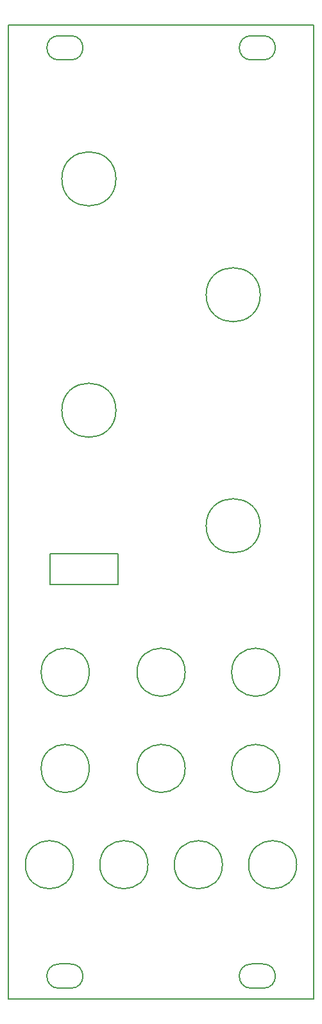
<source format=gm1>
G04 #@! TF.GenerationSoftware,KiCad,Pcbnew,(6.0.10)*
G04 #@! TF.CreationDate,2023-03-02T23:07:59-05:00*
G04 #@! TF.ProjectId,pb,70622e6b-6963-4616-945f-706362585858,rev?*
G04 #@! TF.SameCoordinates,Original*
G04 #@! TF.FileFunction,Profile,NP*
%FSLAX46Y46*%
G04 Gerber Fmt 4.6, Leading zero omitted, Abs format (unit mm)*
G04 Created by KiCad (PCBNEW (6.0.10)) date 2023-03-02 23:07:59*
%MOMM*%
%LPD*%
G01*
G04 APERTURE LIST*
G04 #@! TA.AperFunction,Profile*
%ADD10C,0.200000*%
G04 #@! TD*
G04 APERTURE END LIST*
D10*
X148312250Y-162963800D02*
X146749750Y-162963800D01*
X148312250Y-166163800D02*
G75*
G03*
X148312250Y-162963800I0J1600000D01*
G01*
X146749750Y-166163800D02*
X148312250Y-166163800D01*
X146749750Y-162963800D02*
G75*
G03*
X146749750Y-166163800I0J-1600000D01*
G01*
X148312250Y-43663800D02*
G75*
G03*
X148312250Y-40463800I0J1600000D01*
G01*
X146749750Y-40463800D02*
X148312250Y-40463800D01*
X146749750Y-40463800D02*
G75*
G03*
X146749750Y-43663800I0J-1600000D01*
G01*
X148312250Y-43663800D02*
X146749750Y-43663800D01*
X154981000Y-39063800D02*
X114681000Y-39063800D01*
X154981000Y-167563800D02*
X154981000Y-39063800D01*
X114681000Y-167563800D02*
X154981000Y-167563800D01*
X114681000Y-39063800D02*
X114681000Y-167563800D01*
X121349750Y-162963800D02*
G75*
G03*
X121349750Y-166163800I0J-1600000D01*
G01*
X122912250Y-166163800D02*
X121349750Y-166163800D01*
X122912250Y-166163800D02*
G75*
G03*
X122912250Y-162963800I0J1600000D01*
G01*
X121349750Y-162963800D02*
X122912250Y-162963800D01*
X121349750Y-40463800D02*
G75*
G03*
X121349750Y-43663800I0J-1600000D01*
G01*
X122912250Y-43663800D02*
X121349750Y-43663800D01*
X122912250Y-43663800D02*
G75*
G03*
X122912250Y-40463800I0J1600000D01*
G01*
X121349750Y-40463800D02*
X122912250Y-40463800D01*
X147920075Y-74650600D02*
G75*
G03*
X147920075Y-74650600I-3571875J0D01*
G01*
X128870075Y-89890600D02*
G75*
G03*
X128870075Y-89890600I-3571875J0D01*
G01*
X128870075Y-59359800D02*
G75*
G03*
X128870075Y-59359800I-3571875J0D01*
G01*
X147920075Y-105130600D02*
G75*
G03*
X147920075Y-105130600I-3571875J0D01*
G01*
X129188210Y-108845350D02*
X129188210Y-112845850D01*
X120188990Y-108845350D02*
X129188210Y-108845350D01*
X120188990Y-112845850D02*
X120188990Y-108845350D01*
X129188210Y-112845850D02*
X120188990Y-112845850D01*
X123266200Y-149860000D02*
G75*
G03*
X123266200Y-149860000I-3175000J0D01*
G01*
X142925800Y-149860000D02*
G75*
G03*
X142925800Y-149860000I-3175000J0D01*
G01*
X150495000Y-137160000D02*
G75*
G03*
X150495000Y-137160000I-3175000J0D01*
G01*
X138006000Y-137160000D02*
G75*
G03*
X138006000Y-137160000I-3175000J0D01*
G01*
X138006000Y-124460000D02*
G75*
G03*
X138006000Y-124460000I-3175000J0D01*
G01*
X125349000Y-124460000D02*
G75*
G03*
X125349000Y-124460000I-3175000J0D01*
G01*
X150495000Y-124460000D02*
G75*
G03*
X150495000Y-124460000I-3175000J0D01*
G01*
X125349000Y-137160000D02*
G75*
G03*
X125349000Y-137160000I-3175000J0D01*
G01*
X152730200Y-149860000D02*
G75*
G03*
X152730200Y-149860000I-3175000J0D01*
G01*
X133096000Y-149860000D02*
G75*
G03*
X133096000Y-149860000I-3175000J0D01*
G01*
M02*

</source>
